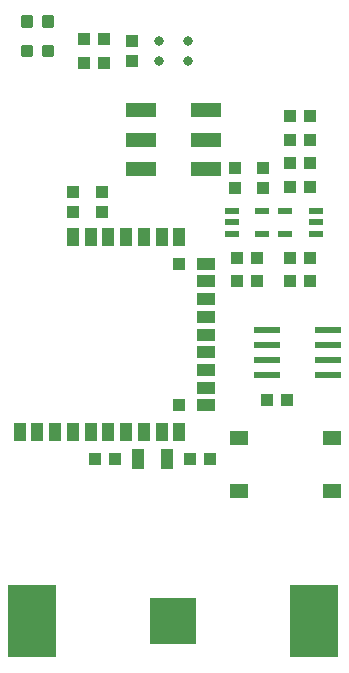
<source format=gtp>
G75*
%MOIN*%
%OFA0B0*%
%FSLAX25Y25*%
%IPPOS*%
%LPD*%
%AMOC8*
5,1,8,0,0,1.08239X$1,22.5*
%
%ADD10C,0.01181*%
%ADD11R,0.03937X0.04331*%
%ADD12R,0.07000X0.10000*%
%ADD13R,0.16000X0.24000*%
%ADD14R,0.15748X0.15748*%
%ADD15R,0.04331X0.03937*%
%ADD16R,0.04724X0.02165*%
%ADD17R,0.08661X0.02362*%
%ADD18R,0.04331X0.06693*%
%ADD19R,0.03937X0.05906*%
%ADD20R,0.05906X0.03937*%
%ADD21R,0.03937X0.03937*%
%ADD22C,0.03150*%
%ADD23R,0.05906X0.05118*%
%ADD24R,0.09843X0.04724*%
D10*
X0013586Y0238611D02*
X0013586Y0241367D01*
X0013586Y0238611D02*
X0010830Y0238611D01*
X0010830Y0241367D01*
X0013586Y0241367D01*
X0013586Y0239791D02*
X0010830Y0239791D01*
X0010830Y0240971D02*
X0013586Y0240971D01*
X0013586Y0248453D02*
X0013586Y0251209D01*
X0013586Y0248453D02*
X0010830Y0248453D01*
X0010830Y0251209D01*
X0013586Y0251209D01*
X0013586Y0249633D02*
X0010830Y0249633D01*
X0010830Y0250813D02*
X0013586Y0250813D01*
X0020491Y0251209D02*
X0020491Y0248453D01*
X0017735Y0248453D01*
X0017735Y0251209D01*
X0020491Y0251209D01*
X0020491Y0249633D02*
X0017735Y0249633D01*
X0017735Y0250813D02*
X0020491Y0250813D01*
X0020491Y0241367D02*
X0020491Y0238611D01*
X0017735Y0238611D01*
X0017735Y0241367D01*
X0020491Y0241367D01*
X0020491Y0239791D02*
X0017735Y0239791D01*
X0017735Y0240971D02*
X0020491Y0240971D01*
D11*
X0031015Y0243926D03*
X0031015Y0236052D03*
X0037708Y0236052D03*
X0037708Y0243926D03*
X0047156Y0243335D03*
X0047156Y0236643D03*
X0081605Y0201013D03*
X0081605Y0194320D03*
X0090956Y0194320D03*
X0090956Y0201013D03*
X0099912Y0194713D03*
X0106605Y0194713D03*
X0106605Y0210461D03*
X0099912Y0210461D03*
X0099912Y0171091D03*
X0099912Y0163217D03*
X0106605Y0163217D03*
X0106605Y0171091D03*
D12*
X0017629Y0043926D03*
X0017629Y0056131D03*
X0104243Y0056131D03*
X0104243Y0043926D03*
D13*
X0107936Y0050028D03*
X0013936Y0050028D03*
D14*
X0060936Y0050028D03*
D15*
X0066448Y0104162D03*
X0073141Y0104162D03*
X0092038Y0123847D03*
X0098731Y0123847D03*
X0088889Y0163217D03*
X0088889Y0171091D03*
X0082196Y0171091D03*
X0082196Y0163217D03*
X0099912Y0202587D03*
X0106605Y0202587D03*
X0106605Y0218335D03*
X0099912Y0218335D03*
X0041645Y0104162D03*
X0034952Y0104162D03*
X0037314Y0186446D03*
X0037314Y0193139D03*
X0027471Y0193139D03*
X0027471Y0186446D03*
D16*
X0080424Y0186643D03*
X0080424Y0182902D03*
X0080424Y0179162D03*
X0090660Y0179162D03*
X0090660Y0186643D03*
X0098141Y0186643D03*
X0098141Y0179162D03*
X0108377Y0179162D03*
X0108377Y0182902D03*
X0108377Y0186643D03*
D17*
X0112511Y0147095D03*
X0112511Y0142095D03*
X0112511Y0137095D03*
X0112511Y0132095D03*
X0092038Y0132095D03*
X0092038Y0137095D03*
X0092038Y0142095D03*
X0092038Y0147095D03*
D18*
X0058967Y0104162D03*
X0049125Y0104162D03*
D19*
X0051093Y0113020D03*
X0045188Y0113020D03*
X0039282Y0113020D03*
X0033377Y0113020D03*
X0027471Y0113020D03*
X0021566Y0113020D03*
X0015660Y0113020D03*
X0009755Y0113020D03*
X0027471Y0177981D03*
X0033377Y0177981D03*
X0039282Y0177981D03*
X0045188Y0177981D03*
X0051093Y0177981D03*
X0056999Y0177981D03*
X0062904Y0177981D03*
X0062904Y0113020D03*
X0056999Y0113020D03*
D20*
X0071763Y0121879D03*
X0071763Y0127784D03*
X0071763Y0133690D03*
X0071763Y0139595D03*
X0071763Y0145501D03*
X0071763Y0151406D03*
X0071763Y0157312D03*
X0071763Y0163217D03*
X0071763Y0169123D03*
D21*
X0062904Y0169123D03*
X0062904Y0121879D03*
D22*
X0065778Y0236643D03*
X0065778Y0243335D03*
X0056093Y0243335D03*
X0056093Y0236643D03*
D23*
X0082786Y0111052D03*
X0082786Y0093335D03*
X0113889Y0093335D03*
X0113889Y0111052D03*
D24*
X0071763Y0200619D03*
X0071763Y0210461D03*
X0071763Y0220304D03*
X0050109Y0220304D03*
X0050109Y0210461D03*
X0050109Y0200619D03*
M02*

</source>
